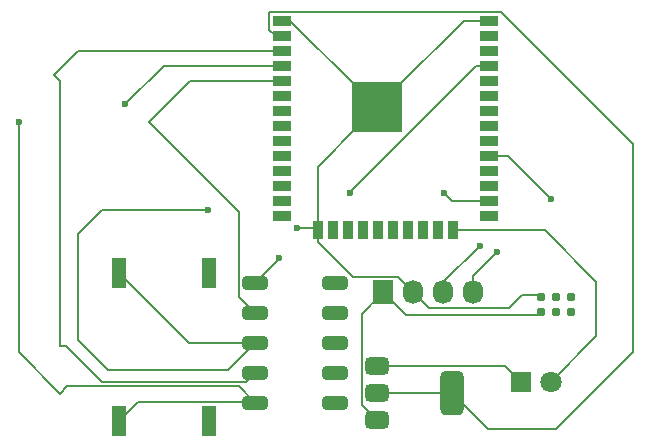
<source format=gbr>
%TF.GenerationSoftware,KiCad,Pcbnew,9.0.0*%
%TF.CreationDate,2025-04-29T12:03:14+05:30*%
%TF.ProjectId,Wireless_charging,57697265-6c65-4737-935f-636861726769,rev?*%
%TF.SameCoordinates,Original*%
%TF.FileFunction,Copper,L1,Top*%
%TF.FilePolarity,Positive*%
%FSLAX46Y46*%
G04 Gerber Fmt 4.6, Leading zero omitted, Abs format (unit mm)*
G04 Created by KiCad (PCBNEW 9.0.0) date 2025-04-29 12:03:14*
%MOMM*%
%LPD*%
G01*
G04 APERTURE LIST*
G04 Aperture macros list*
%AMRoundRect*
0 Rectangle with rounded corners*
0 $1 Rounding radius*
0 $2 $3 $4 $5 $6 $7 $8 $9 X,Y pos of 4 corners*
0 Add a 4 corners polygon primitive as box body*
4,1,4,$2,$3,$4,$5,$6,$7,$8,$9,$2,$3,0*
0 Add four circle primitives for the rounded corners*
1,1,$1+$1,$2,$3*
1,1,$1+$1,$4,$5*
1,1,$1+$1,$6,$7*
1,1,$1+$1,$8,$9*
0 Add four rect primitives between the rounded corners*
20,1,$1+$1,$2,$3,$4,$5,0*
20,1,$1+$1,$4,$5,$6,$7,0*
20,1,$1+$1,$6,$7,$8,$9,0*
20,1,$1+$1,$8,$9,$2,$3,0*%
G04 Aperture macros list end*
%TA.AperFunction,SMDPad,CuDef*%
%ADD10RoundRect,0.375000X-0.625000X-0.375000X0.625000X-0.375000X0.625000X0.375000X-0.625000X0.375000X0*%
%TD*%
%TA.AperFunction,SMDPad,CuDef*%
%ADD11RoundRect,0.500000X-0.500000X-1.400000X0.500000X-1.400000X0.500000X1.400000X-0.500000X1.400000X0*%
%TD*%
%TA.AperFunction,SMDPad,CuDef*%
%ADD12R,1.500000X0.900000*%
%TD*%
%TA.AperFunction,SMDPad,CuDef*%
%ADD13R,0.900000X1.500000*%
%TD*%
%TA.AperFunction,SMDPad,CuDef*%
%ADD14R,1.050000X1.050000*%
%TD*%
%TA.AperFunction,HeatsinkPad*%
%ADD15C,0.600000*%
%TD*%
%TA.AperFunction,HeatsinkPad*%
%ADD16R,4.200000X4.200000*%
%TD*%
%TA.AperFunction,SMDPad,CuDef*%
%ADD17R,1.200000X2.500000*%
%TD*%
%TA.AperFunction,SMDPad,CuDef*%
%ADD18RoundRect,0.250000X-0.830000X-0.310000X0.830000X-0.310000X0.830000X0.310000X-0.830000X0.310000X0*%
%TD*%
%TA.AperFunction,ConnectorPad*%
%ADD19C,0.787400*%
%TD*%
%TA.AperFunction,ComponentPad*%
%ADD20R,1.730000X2.030000*%
%TD*%
%TA.AperFunction,ComponentPad*%
%ADD21O,1.730000X2.030000*%
%TD*%
%TA.AperFunction,ComponentPad*%
%ADD22R,1.800000X1.800000*%
%TD*%
%TA.AperFunction,ComponentPad*%
%ADD23C,1.800000*%
%TD*%
%TA.AperFunction,ViaPad*%
%ADD24C,0.600000*%
%TD*%
%TA.AperFunction,Conductor*%
%ADD25C,0.200000*%
%TD*%
G04 APERTURE END LIST*
D10*
%TO.P,U2,1,GND*%
%TO.N,GND*%
X183850000Y-111165000D03*
%TO.P,U2,2,VO*%
%TO.N,+5V*%
X183850000Y-113465000D03*
D11*
X190150000Y-113465000D03*
D10*
%TO.P,U2,3,VI*%
%TO.N,/pin1*%
X183850000Y-115765000D03*
%TD*%
D12*
%TO.P,U1,1,GND*%
%TO.N,/gnd*%
X175750000Y-81930000D03*
%TO.P,U1,2,VDD*%
%TO.N,+5V*%
X175750000Y-83200000D03*
%TO.P,U1,3,EN*%
%TO.N,/en*%
X175750000Y-84470000D03*
%TO.P,U1,4,SENSOR_VP*%
%TO.N,/esp4*%
X175750000Y-85740000D03*
%TO.P,U1,5,SENSOR_VN*%
%TO.N,/esp5*%
X175750000Y-87010000D03*
%TO.P,U1,6,IO34*%
%TO.N,unconnected-(U1-IO34-Pad6)*%
X175750000Y-88280000D03*
%TO.P,U1,7,IO35*%
%TO.N,unconnected-(U1-IO35-Pad7)*%
X175750000Y-89550000D03*
%TO.P,U1,8,IO32*%
%TO.N,unconnected-(U1-IO32-Pad8)*%
X175750000Y-90820000D03*
%TO.P,U1,9,IO33*%
%TO.N,unconnected-(U1-IO33-Pad9)*%
X175750000Y-92090000D03*
%TO.P,U1,10,IO25*%
%TO.N,unconnected-(U1-IO25-Pad10)*%
X175750000Y-93360000D03*
%TO.P,U1,11,IO26*%
%TO.N,unconnected-(U1-IO26-Pad11)*%
X175750000Y-94630000D03*
%TO.P,U1,12,IO27*%
%TO.N,unconnected-(U1-IO27-Pad12)*%
X175750000Y-95900000D03*
%TO.P,U1,13,IO14*%
%TO.N,unconnected-(U1-IO14-Pad13)*%
X175750000Y-97170000D03*
%TO.P,U1,14,IO12*%
%TO.N,unconnected-(U1-IO12-Pad14)*%
X175750000Y-98440000D03*
D13*
%TO.P,U1,15,GND*%
%TO.N,/gnd*%
X178790000Y-99690000D03*
%TO.P,U1,16,IO13*%
%TO.N,unconnected-(U1-IO13-Pad16)*%
X180060000Y-99690000D03*
%TO.P,U1,17,SHD/SD2*%
%TO.N,unconnected-(U1-SHD{slash}SD2-Pad17)*%
X181330000Y-99690000D03*
%TO.P,U1,18,SWP/SD3*%
%TO.N,unconnected-(U1-SWP{slash}SD3-Pad18)*%
X182600000Y-99690000D03*
%TO.P,U1,19,SCS/CMD*%
%TO.N,unconnected-(U1-SCS{slash}CMD-Pad19)*%
X183870000Y-99690000D03*
%TO.P,U1,20,SCK/CLK*%
%TO.N,unconnected-(U1-SCK{slash}CLK-Pad20)*%
X185140000Y-99690000D03*
%TO.P,U1,21,SDO/SD0*%
%TO.N,unconnected-(U1-SDO{slash}SD0-Pad21)*%
X186410000Y-99690000D03*
%TO.P,U1,22,SDI/SD1*%
%TO.N,unconnected-(U1-SDI{slash}SD1-Pad22)*%
X187680000Y-99690000D03*
%TO.P,U1,23,IO15*%
%TO.N,unconnected-(U1-IO15-Pad23)*%
X188950000Y-99690000D03*
%TO.P,U1,24,IO2*%
%TO.N,/esp24*%
X190220000Y-99690000D03*
D12*
%TO.P,U1,25,IO0*%
%TO.N,unconnected-(U1-IO0-Pad25)*%
X193250000Y-98440000D03*
%TO.P,U1,26,IO4*%
%TO.N,/esp26*%
X193250000Y-97170000D03*
%TO.P,U1,27,IO16*%
%TO.N,unconnected-(U1-IO16-Pad27)*%
X193250000Y-95900000D03*
%TO.P,U1,28,IO17*%
%TO.N,unconnected-(U1-IO17-Pad28)*%
X193250000Y-94630000D03*
%TO.P,U1,29,IO5*%
%TO.N,/esp29*%
X193250000Y-93360000D03*
%TO.P,U1,30,IO18*%
%TO.N,unconnected-(U1-IO18-Pad30)*%
X193250000Y-92090000D03*
%TO.P,U1,31,IO19*%
%TO.N,unconnected-(U1-IO19-Pad31)*%
X193250000Y-90820000D03*
%TO.P,U1,32,NC*%
%TO.N,unconnected-(U1-NC-Pad32)*%
X193250000Y-89550000D03*
%TO.P,U1,33,IO21*%
%TO.N,unconnected-(U1-IO21-Pad33)*%
X193250000Y-88280000D03*
%TO.P,U1,34,RXD0/IO3*%
%TO.N,unconnected-(U1-RXD0{slash}IO3-Pad34)*%
X193250000Y-87010000D03*
%TO.P,U1,35,TXD0/IO1*%
%TO.N,/esp35*%
X193250000Y-85740000D03*
%TO.P,U1,36,IO22*%
%TO.N,unconnected-(U1-IO22-Pad36)*%
X193250000Y-84470000D03*
%TO.P,U1,37,IO23*%
%TO.N,unconnected-(U1-IO23-Pad37)*%
X193250000Y-83200000D03*
%TO.P,U1,38,GND*%
%TO.N,/gnd*%
X193250000Y-81930000D03*
D14*
%TO.P,U1,39,GND*%
X182295000Y-87745000D03*
D15*
X182295000Y-88507500D03*
D14*
X182295000Y-89270000D03*
D15*
X182295000Y-90032500D03*
D14*
X182295000Y-90795000D03*
D15*
X183057500Y-87745000D03*
X183057500Y-89270000D03*
X183057500Y-90795000D03*
D14*
X183820000Y-87745000D03*
D15*
X183820000Y-88507500D03*
D14*
X183820000Y-89270000D03*
D16*
X183820000Y-89270000D03*
D15*
X183820000Y-90032500D03*
D14*
X183820000Y-90795000D03*
D15*
X184582500Y-87745000D03*
X184582500Y-89270000D03*
X184582500Y-90795000D03*
D14*
X185345000Y-87745000D03*
D15*
X185345000Y-88507500D03*
D14*
X185345000Y-89270000D03*
D15*
X185345000Y-90032500D03*
D14*
X185345000Y-90795000D03*
%TD*%
D17*
%TO.P,SW1,1,1*%
%TO.N,/gnd*%
X161990000Y-103290000D03*
%TO.P,SW1,2,2*%
%TO.N,/esp4*%
X161990000Y-115790000D03*
%TO.P,SW1,3*%
%TO.N,N/C*%
X169610000Y-103290000D03*
%TO.P,SW1,4*%
X169610000Y-115790000D03*
%TD*%
D18*
%TO.P,J3,1,Pin_1*%
%TO.N,/esp35*%
X173485000Y-104125000D03*
%TO.P,J3,2,Pin_2*%
%TO.N,/esp5*%
X173485000Y-106665000D03*
%TO.P,J3,3,Pin_3*%
%TO.N,/gnd*%
X173485000Y-109205000D03*
%TO.P,J3,4,Pin_4*%
%TO.N,/en*%
X173485000Y-111745000D03*
%TO.P,J3,5,Pin_5*%
%TO.N,/esp4*%
X173485000Y-114285000D03*
%TO.P,J3,6*%
%TO.N,N/C*%
X180215000Y-114285000D03*
%TO.P,J3,7*%
X180215000Y-111745000D03*
%TO.P,J3,8*%
X180215000Y-109205000D03*
%TO.P,J3,9*%
X180215000Y-106665000D03*
%TO.P,J3,10*%
X180215000Y-104125000D03*
%TD*%
D19*
%TO.P,J2,1*%
%TO.N,/pin1*%
X197730000Y-106625000D03*
%TO.P,J2,2*%
%TO.N,/gnd*%
X197730000Y-105355000D03*
%TO.P,J2,3*%
%TO.N,N/C*%
X199000000Y-106625000D03*
%TO.P,J2,4*%
X199000000Y-105355000D03*
%TO.P,J2,5*%
X200270000Y-106625000D03*
%TO.P,J2,6*%
X200270000Y-105355000D03*
%TD*%
D20*
%TO.P,J1,1,Pin_1*%
%TO.N,/pin1*%
X184350000Y-104940000D03*
D21*
%TO.P,J1,2,Pin_2*%
%TO.N,/gnd*%
X186890000Y-104940000D03*
%TO.P,J1,3,Pin_3*%
%TO.N,/esp26*%
X189430000Y-104940000D03*
%TO.P,J1,4,Pin_4*%
%TO.N,/esp29*%
X191970000Y-104940000D03*
%TD*%
D22*
%TO.P,D1,1,K*%
%TO.N,GND*%
X195960000Y-112500000D03*
D23*
%TO.P,D1,2,A*%
%TO.N,/esp24*%
X198500000Y-112500000D03*
%TD*%
D24*
%TO.N,/esp26*%
X189500000Y-96500000D03*
X192500000Y-101000000D03*
%TO.N,/esp29*%
X198500000Y-97000000D03*
X194000000Y-101500000D03*
%TO.N,/esp35*%
X175500000Y-102000000D03*
X181500000Y-96500000D03*
%TO.N,/esp4*%
X162500000Y-89000000D03*
X153500000Y-90500000D03*
%TO.N,/gnd*%
X177000000Y-99500000D03*
X169500000Y-98000000D03*
%TD*%
D25*
%TO.N,/esp26*%
X190170000Y-97170000D02*
X193250000Y-97170000D01*
X189500000Y-96500000D02*
X190170000Y-97170000D01*
X189430000Y-104070000D02*
X192500000Y-101000000D01*
X189430000Y-104940000D02*
X189430000Y-104070000D01*
%TO.N,/esp29*%
X194860000Y-93360000D02*
X193250000Y-93360000D01*
X198500000Y-97000000D02*
X194860000Y-93360000D01*
X191970000Y-103530000D02*
X194000000Y-101500000D01*
X191970000Y-104940000D02*
X191970000Y-103530000D01*
%TO.N,/esp35*%
X175500000Y-102110000D02*
X173485000Y-104125000D01*
X175500000Y-102000000D02*
X175500000Y-102110000D01*
X181500000Y-96392000D02*
X181500000Y-96500000D01*
X192152000Y-85740000D02*
X181500000Y-96392000D01*
X193250000Y-85740000D02*
X192152000Y-85740000D01*
%TO.N,+5V*%
X193185000Y-116500000D02*
X190150000Y-113465000D01*
X199000000Y-116500000D02*
X193185000Y-116500000D01*
X205500000Y-110000000D02*
X199000000Y-116500000D01*
X194301000Y-81179000D02*
X205500000Y-92378000D01*
X205500000Y-92378000D02*
X205500000Y-110000000D01*
X174699000Y-81179000D02*
X194301000Y-81179000D01*
X174699000Y-82681000D02*
X174699000Y-81179000D01*
X175750000Y-83200000D02*
X175218000Y-83200000D01*
X175218000Y-83200000D02*
X174699000Y-82681000D01*
%TO.N,/esp5*%
X172104000Y-98104000D02*
X172104000Y-105284000D01*
X164500000Y-90500000D02*
X172104000Y-98104000D01*
X167990000Y-87010000D02*
X164500000Y-90500000D01*
X172104000Y-105284000D02*
X173485000Y-106665000D01*
X175750000Y-87010000D02*
X167990000Y-87010000D01*
%TO.N,/esp4*%
X165760000Y-85740000D02*
X175750000Y-85740000D01*
X162500000Y-89000000D02*
X165760000Y-85740000D01*
X153500000Y-110000000D02*
X153500000Y-90500000D01*
X157000000Y-113500000D02*
X153500000Y-110000000D01*
X157599000Y-112901000D02*
X157000000Y-113500000D01*
X172101000Y-112901000D02*
X157599000Y-112901000D01*
X173485000Y-114285000D02*
X172101000Y-112901000D01*
%TO.N,/en*%
X160500000Y-112500000D02*
X172730000Y-112500000D01*
X157500000Y-109500000D02*
X160500000Y-112500000D01*
X157000000Y-109500000D02*
X157500000Y-109500000D01*
X156500000Y-86500000D02*
X157000000Y-87000000D01*
X157000000Y-87000000D02*
X157000000Y-109500000D01*
X172730000Y-112500000D02*
X173485000Y-111745000D01*
X158530000Y-84470000D02*
X156500000Y-86500000D01*
X175750000Y-84470000D02*
X158530000Y-84470000D01*
%TO.N,/gnd*%
X178790000Y-94300000D02*
X178790000Y-99690000D01*
X182295000Y-90795000D02*
X178790000Y-94300000D01*
%TO.N,/pin1*%
X186246300Y-106836300D02*
X197518700Y-106836300D01*
X184350000Y-104940000D02*
X186246300Y-106836300D01*
X197518700Y-106836300D02*
X197730000Y-106625000D01*
X182549000Y-106741000D02*
X184350000Y-104940000D01*
X182549000Y-114464000D02*
X182549000Y-106741000D01*
X183850000Y-115765000D02*
X182549000Y-114464000D01*
%TO.N,+5V*%
X190150000Y-113465000D02*
X183850000Y-113465000D01*
%TO.N,/esp24*%
X198050697Y-99690000D02*
X190220000Y-99690000D01*
X202386300Y-104025603D02*
X198050697Y-99690000D01*
X202386300Y-108613700D02*
X202386300Y-104025603D01*
X198500000Y-112500000D02*
X202386300Y-108613700D01*
%TO.N,/gnd*%
X196109451Y-105143700D02*
X197518700Y-105143700D01*
X194997151Y-106256000D02*
X196109451Y-105143700D01*
X197518700Y-105143700D02*
X197730000Y-105355000D01*
X188206000Y-106256000D02*
X194997151Y-106256000D01*
X186890000Y-104940000D02*
X188206000Y-106256000D01*
X185574000Y-103624000D02*
X186890000Y-104940000D01*
X181774000Y-103624000D02*
X185574000Y-103624000D01*
X178790000Y-100640000D02*
X181774000Y-103624000D01*
X178790000Y-99690000D02*
X178790000Y-100640000D01*
X178600000Y-99500000D02*
X178790000Y-99690000D01*
X177000000Y-99500000D02*
X178600000Y-99500000D01*
X160500000Y-98000000D02*
X169500000Y-98000000D01*
X158500000Y-100000000D02*
X160500000Y-98000000D01*
X161000000Y-111500000D02*
X158500000Y-109000000D01*
X171000000Y-111500000D02*
X161000000Y-111500000D01*
X171190000Y-111500000D02*
X171000000Y-111500000D01*
X173485000Y-109205000D02*
X171190000Y-111500000D01*
X158500000Y-109000000D02*
X158500000Y-100000000D01*
X167905000Y-109205000D02*
X161990000Y-103290000D01*
X173485000Y-109205000D02*
X167905000Y-109205000D01*
%TO.N,GND*%
X194625000Y-111165000D02*
X183850000Y-111165000D01*
X195960000Y-112500000D02*
X194625000Y-111165000D01*
%TO.N,/esp4*%
X173439000Y-114239000D02*
X173485000Y-114285000D01*
X163541000Y-114239000D02*
X173439000Y-114239000D01*
X161990000Y-115790000D02*
X163541000Y-114239000D01*
%TO.N,/gnd*%
X176480000Y-81930000D02*
X182295000Y-87745000D01*
X175750000Y-81930000D02*
X176480000Y-81930000D01*
X191160000Y-81930000D02*
X185345000Y-87745000D01*
X193250000Y-81930000D02*
X191160000Y-81930000D01*
%TD*%
M02*

</source>
